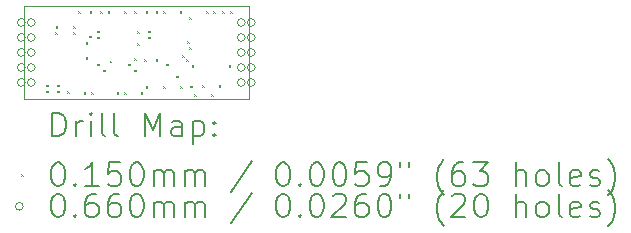
<source format=gbr>
%TF.GenerationSoftware,KiCad,Pcbnew,7.0.1*%
%TF.CreationDate,2023-03-14T15:54:23-04:00*%
%TF.ProjectId,imu-stamp,696d752d-7374-4616-9d70-2e6b69636164,rev?*%
%TF.SameCoordinates,Original*%
%TF.FileFunction,Drillmap*%
%TF.FilePolarity,Positive*%
%FSLAX45Y45*%
G04 Gerber Fmt 4.5, Leading zero omitted, Abs format (unit mm)*
G04 Created by KiCad (PCBNEW 7.0.1) date 2023-03-14 15:54:23*
%MOMM*%
%LPD*%
G01*
G04 APERTURE LIST*
%ADD10C,0.100000*%
%ADD11C,0.200000*%
%ADD12C,0.015000*%
%ADD13C,0.066040*%
G04 APERTURE END LIST*
D10*
X13373100Y-6858000D02*
X13373100Y-6070600D01*
X11468100Y-6070600D02*
X13373100Y-6070600D01*
X11468100Y-6858000D02*
X11468100Y-6070600D01*
X11468100Y-6858000D02*
X13373100Y-6858000D01*
D11*
D12*
X11653640Y-6736200D02*
X11668640Y-6751200D01*
X11668640Y-6736200D02*
X11653640Y-6751200D01*
X11653900Y-6787000D02*
X11668900Y-6802000D01*
X11668900Y-6787000D02*
X11653900Y-6802000D01*
X11735900Y-6289160D02*
X11750900Y-6304160D01*
X11750900Y-6289160D02*
X11735900Y-6304160D01*
X11735900Y-6289160D02*
X11750900Y-6304160D01*
X11750900Y-6289160D02*
X11735900Y-6304160D01*
X11737460Y-6243440D02*
X11752460Y-6258440D01*
X11752460Y-6243440D02*
X11737460Y-6258440D01*
X11749900Y-6787000D02*
X11764900Y-6802000D01*
X11764900Y-6787000D02*
X11749900Y-6802000D01*
X11750160Y-6736200D02*
X11765160Y-6751200D01*
X11765160Y-6736200D02*
X11750160Y-6751200D01*
X11835000Y-6794620D02*
X11850000Y-6809620D01*
X11850000Y-6794620D02*
X11835000Y-6809620D01*
X11882240Y-6240900D02*
X11897240Y-6255900D01*
X11897240Y-6240900D02*
X11882240Y-6255900D01*
X11882240Y-6294240D02*
X11897240Y-6309240D01*
X11897240Y-6294240D02*
X11882240Y-6309240D01*
X11927960Y-6113900D02*
X11942960Y-6128900D01*
X11942960Y-6113900D02*
X11927960Y-6128900D01*
X11974700Y-6796900D02*
X11989700Y-6811900D01*
X11989700Y-6796900D02*
X11974700Y-6811900D01*
X11991494Y-6502554D02*
X12006494Y-6517554D01*
X12006494Y-6502554D02*
X11991494Y-6517554D01*
X11992200Y-6373500D02*
X12007200Y-6388500D01*
X12007200Y-6373500D02*
X11992200Y-6388500D01*
X12022226Y-6321680D02*
X12037226Y-6336680D01*
X12037226Y-6321680D02*
X12022226Y-6336680D01*
X12024480Y-6113900D02*
X12039480Y-6128900D01*
X12039480Y-6113900D02*
X12024480Y-6128900D01*
X12038700Y-6796900D02*
X12053700Y-6811900D01*
X12053700Y-6796900D02*
X12038700Y-6811900D01*
X12087400Y-6279300D02*
X12102400Y-6294300D01*
X12102400Y-6279300D02*
X12087400Y-6294300D01*
X12087400Y-6329300D02*
X12102400Y-6344300D01*
X12102400Y-6329300D02*
X12087400Y-6344300D01*
X12089750Y-6558400D02*
X12104750Y-6573400D01*
X12104750Y-6558400D02*
X12089750Y-6573400D01*
X12113380Y-6113900D02*
X12128380Y-6128900D01*
X12128380Y-6113900D02*
X12113380Y-6128900D01*
X12140950Y-6609600D02*
X12155950Y-6624600D01*
X12155950Y-6609600D02*
X12140950Y-6624600D01*
X12176880Y-6113900D02*
X12191880Y-6128900D01*
X12191880Y-6113900D02*
X12176880Y-6128900D01*
X12194660Y-6533000D02*
X12209660Y-6548000D01*
X12209660Y-6533000D02*
X12194660Y-6548000D01*
X12254100Y-6799700D02*
X12269100Y-6814700D01*
X12269100Y-6799700D02*
X12254100Y-6814700D01*
X12318100Y-6799700D02*
X12333100Y-6814700D01*
X12333100Y-6799700D02*
X12318100Y-6814700D01*
X12319120Y-6113900D02*
X12334120Y-6128900D01*
X12334120Y-6113900D02*
X12319120Y-6128900D01*
X12349200Y-6558350D02*
X12364200Y-6573350D01*
X12364200Y-6558350D02*
X12349200Y-6573350D01*
X12400400Y-6515220D02*
X12415400Y-6530220D01*
X12415400Y-6515220D02*
X12400400Y-6530220D01*
X12400450Y-6609600D02*
X12415450Y-6624600D01*
X12415450Y-6609600D02*
X12400450Y-6624600D01*
X12402940Y-6113900D02*
X12417940Y-6128900D01*
X12417940Y-6113900D02*
X12402940Y-6128900D01*
X12425800Y-6286620D02*
X12440800Y-6301620D01*
X12440800Y-6286620D02*
X12425800Y-6301620D01*
X12425800Y-6387200D02*
X12440800Y-6402200D01*
X12440800Y-6387200D02*
X12425800Y-6402200D01*
X12457800Y-6799700D02*
X12472800Y-6814700D01*
X12472800Y-6799700D02*
X12457800Y-6814700D01*
X12486760Y-6517760D02*
X12501760Y-6532760D01*
X12501760Y-6517760D02*
X12486760Y-6532760D01*
X12499460Y-6116440D02*
X12514460Y-6131440D01*
X12514460Y-6116440D02*
X12499460Y-6131440D01*
X12499460Y-6748900D02*
X12514460Y-6763900D01*
X12514460Y-6748900D02*
X12499460Y-6763900D01*
X12519200Y-6279800D02*
X12534200Y-6294800D01*
X12534200Y-6279800D02*
X12519200Y-6294800D01*
X12519200Y-6329800D02*
X12534200Y-6344800D01*
X12534200Y-6329800D02*
X12519200Y-6344800D01*
X12583280Y-6517760D02*
X12598280Y-6532760D01*
X12598280Y-6517760D02*
X12583280Y-6532760D01*
X12584300Y-6113900D02*
X12599300Y-6128900D01*
X12599300Y-6113900D02*
X12584300Y-6128900D01*
X12644240Y-6748900D02*
X12659240Y-6763900D01*
X12659240Y-6748900D02*
X12644240Y-6763900D01*
X12648300Y-6113900D02*
X12663300Y-6128900D01*
X12663300Y-6113900D02*
X12648300Y-6128900D01*
X12669900Y-6558400D02*
X12684900Y-6573400D01*
X12684900Y-6558400D02*
X12669900Y-6573400D01*
X12758509Y-6659816D02*
X12773509Y-6674816D01*
X12773509Y-6659816D02*
X12758509Y-6674816D01*
X12788000Y-6113900D02*
X12803000Y-6128900D01*
X12803000Y-6113900D02*
X12788000Y-6128900D01*
X12794100Y-6748900D02*
X12809100Y-6763900D01*
X12809100Y-6748900D02*
X12794100Y-6763900D01*
X12808840Y-6484585D02*
X12823840Y-6499585D01*
X12823840Y-6484585D02*
X12808840Y-6499585D01*
X12844900Y-6519150D02*
X12859900Y-6534150D01*
X12859900Y-6519150D02*
X12844900Y-6534150D01*
X12853210Y-6369100D02*
X12868210Y-6384100D01*
X12868210Y-6369100D02*
X12853210Y-6384100D01*
X12867500Y-6419100D02*
X12882500Y-6434100D01*
X12882500Y-6419100D02*
X12867500Y-6434100D01*
X12868780Y-6167240D02*
X12883780Y-6182240D01*
X12883780Y-6167240D02*
X12868780Y-6182240D01*
X12875380Y-6744716D02*
X12890380Y-6759716D01*
X12890380Y-6744716D02*
X12875380Y-6759716D01*
X12889550Y-6569050D02*
X12904550Y-6584050D01*
X12904550Y-6569050D02*
X12889550Y-6584050D01*
X12911960Y-6814940D02*
X12926960Y-6829940D01*
X12926960Y-6814940D02*
X12911960Y-6829940D01*
X12975960Y-6743820D02*
X12990960Y-6758820D01*
X12990960Y-6743820D02*
X12975960Y-6758820D01*
X13008480Y-6113900D02*
X13023480Y-6128900D01*
X13023480Y-6113900D02*
X13008480Y-6128900D01*
X13054200Y-6814940D02*
X13069200Y-6829940D01*
X13069200Y-6814940D02*
X13054200Y-6829940D01*
X13072480Y-6113900D02*
X13087480Y-6128900D01*
X13087480Y-6113900D02*
X13072480Y-6128900D01*
X13118200Y-6743820D02*
X13133200Y-6758820D01*
X13133200Y-6743820D02*
X13118200Y-6758820D01*
X13148180Y-6113900D02*
X13163180Y-6128900D01*
X13163180Y-6113900D02*
X13148180Y-6128900D01*
X13201766Y-6568553D02*
X13216766Y-6583553D01*
X13216766Y-6568553D02*
X13201766Y-6583553D01*
X13212180Y-6113900D02*
X13227180Y-6128900D01*
X13227180Y-6113900D02*
X13212180Y-6128900D01*
D13*
X11480800Y-6210300D02*
G75*
G03*
X11480800Y-6210300I-33020J0D01*
G01*
X11480800Y-6337300D02*
G75*
G03*
X11480800Y-6337300I-33020J0D01*
G01*
X11480800Y-6464300D02*
G75*
G03*
X11480800Y-6464300I-33020J0D01*
G01*
X11480800Y-6591300D02*
G75*
G03*
X11480800Y-6591300I-33020J0D01*
G01*
X11480800Y-6718300D02*
G75*
G03*
X11480800Y-6718300I-33020J0D01*
G01*
X11564620Y-6210300D02*
G75*
G03*
X11564620Y-6210300I-33020J0D01*
G01*
X11564620Y-6337300D02*
G75*
G03*
X11564620Y-6337300I-33020J0D01*
G01*
X11564620Y-6464300D02*
G75*
G03*
X11564620Y-6464300I-33020J0D01*
G01*
X11564620Y-6591300D02*
G75*
G03*
X11564620Y-6591300I-33020J0D01*
G01*
X11564620Y-6718300D02*
G75*
G03*
X11564620Y-6718300I-33020J0D01*
G01*
X13342620Y-6210300D02*
G75*
G03*
X13342620Y-6210300I-33020J0D01*
G01*
X13342620Y-6337300D02*
G75*
G03*
X13342620Y-6337300I-33020J0D01*
G01*
X13342620Y-6464300D02*
G75*
G03*
X13342620Y-6464300I-33020J0D01*
G01*
X13342620Y-6591300D02*
G75*
G03*
X13342620Y-6591300I-33020J0D01*
G01*
X13342620Y-6718300D02*
G75*
G03*
X13342620Y-6718300I-33020J0D01*
G01*
X13426440Y-6210300D02*
G75*
G03*
X13426440Y-6210300I-33020J0D01*
G01*
X13426440Y-6337300D02*
G75*
G03*
X13426440Y-6337300I-33020J0D01*
G01*
X13426440Y-6464300D02*
G75*
G03*
X13426440Y-6464300I-33020J0D01*
G01*
X13426440Y-6591300D02*
G75*
G03*
X13426440Y-6591300I-33020J0D01*
G01*
X13426440Y-6718300D02*
G75*
G03*
X13426440Y-6718300I-33020J0D01*
G01*
D11*
X11710719Y-7175524D02*
X11710719Y-6975524D01*
X11710719Y-6975524D02*
X11758338Y-6975524D01*
X11758338Y-6975524D02*
X11786909Y-6985048D01*
X11786909Y-6985048D02*
X11805957Y-7004095D01*
X11805957Y-7004095D02*
X11815481Y-7023143D01*
X11815481Y-7023143D02*
X11825005Y-7061238D01*
X11825005Y-7061238D02*
X11825005Y-7089809D01*
X11825005Y-7089809D02*
X11815481Y-7127905D01*
X11815481Y-7127905D02*
X11805957Y-7146952D01*
X11805957Y-7146952D02*
X11786909Y-7166000D01*
X11786909Y-7166000D02*
X11758338Y-7175524D01*
X11758338Y-7175524D02*
X11710719Y-7175524D01*
X11910719Y-7175524D02*
X11910719Y-7042190D01*
X11910719Y-7080286D02*
X11920243Y-7061238D01*
X11920243Y-7061238D02*
X11929767Y-7051714D01*
X11929767Y-7051714D02*
X11948814Y-7042190D01*
X11948814Y-7042190D02*
X11967862Y-7042190D01*
X12034528Y-7175524D02*
X12034528Y-7042190D01*
X12034528Y-6975524D02*
X12025005Y-6985048D01*
X12025005Y-6985048D02*
X12034528Y-6994571D01*
X12034528Y-6994571D02*
X12044052Y-6985048D01*
X12044052Y-6985048D02*
X12034528Y-6975524D01*
X12034528Y-6975524D02*
X12034528Y-6994571D01*
X12158338Y-7175524D02*
X12139290Y-7166000D01*
X12139290Y-7166000D02*
X12129767Y-7146952D01*
X12129767Y-7146952D02*
X12129767Y-6975524D01*
X12263100Y-7175524D02*
X12244052Y-7166000D01*
X12244052Y-7166000D02*
X12234528Y-7146952D01*
X12234528Y-7146952D02*
X12234528Y-6975524D01*
X12491671Y-7175524D02*
X12491671Y-6975524D01*
X12491671Y-6975524D02*
X12558338Y-7118381D01*
X12558338Y-7118381D02*
X12625005Y-6975524D01*
X12625005Y-6975524D02*
X12625005Y-7175524D01*
X12805957Y-7175524D02*
X12805957Y-7070762D01*
X12805957Y-7070762D02*
X12796433Y-7051714D01*
X12796433Y-7051714D02*
X12777386Y-7042190D01*
X12777386Y-7042190D02*
X12739290Y-7042190D01*
X12739290Y-7042190D02*
X12720243Y-7051714D01*
X12805957Y-7166000D02*
X12786909Y-7175524D01*
X12786909Y-7175524D02*
X12739290Y-7175524D01*
X12739290Y-7175524D02*
X12720243Y-7166000D01*
X12720243Y-7166000D02*
X12710719Y-7146952D01*
X12710719Y-7146952D02*
X12710719Y-7127905D01*
X12710719Y-7127905D02*
X12720243Y-7108857D01*
X12720243Y-7108857D02*
X12739290Y-7099333D01*
X12739290Y-7099333D02*
X12786909Y-7099333D01*
X12786909Y-7099333D02*
X12805957Y-7089809D01*
X12901195Y-7042190D02*
X12901195Y-7242190D01*
X12901195Y-7051714D02*
X12920243Y-7042190D01*
X12920243Y-7042190D02*
X12958338Y-7042190D01*
X12958338Y-7042190D02*
X12977386Y-7051714D01*
X12977386Y-7051714D02*
X12986909Y-7061238D01*
X12986909Y-7061238D02*
X12996433Y-7080286D01*
X12996433Y-7080286D02*
X12996433Y-7137428D01*
X12996433Y-7137428D02*
X12986909Y-7156476D01*
X12986909Y-7156476D02*
X12977386Y-7166000D01*
X12977386Y-7166000D02*
X12958338Y-7175524D01*
X12958338Y-7175524D02*
X12920243Y-7175524D01*
X12920243Y-7175524D02*
X12901195Y-7166000D01*
X13082148Y-7156476D02*
X13091671Y-7166000D01*
X13091671Y-7166000D02*
X13082148Y-7175524D01*
X13082148Y-7175524D02*
X13072624Y-7166000D01*
X13072624Y-7166000D02*
X13082148Y-7156476D01*
X13082148Y-7156476D02*
X13082148Y-7175524D01*
X13082148Y-7051714D02*
X13091671Y-7061238D01*
X13091671Y-7061238D02*
X13082148Y-7070762D01*
X13082148Y-7070762D02*
X13072624Y-7061238D01*
X13072624Y-7061238D02*
X13082148Y-7051714D01*
X13082148Y-7051714D02*
X13082148Y-7070762D01*
D12*
X11448100Y-7495500D02*
X11463100Y-7510500D01*
X11463100Y-7495500D02*
X11448100Y-7510500D01*
D11*
X11748814Y-7395524D02*
X11767862Y-7395524D01*
X11767862Y-7395524D02*
X11786909Y-7405048D01*
X11786909Y-7405048D02*
X11796433Y-7414571D01*
X11796433Y-7414571D02*
X11805957Y-7433619D01*
X11805957Y-7433619D02*
X11815481Y-7471714D01*
X11815481Y-7471714D02*
X11815481Y-7519333D01*
X11815481Y-7519333D02*
X11805957Y-7557428D01*
X11805957Y-7557428D02*
X11796433Y-7576476D01*
X11796433Y-7576476D02*
X11786909Y-7586000D01*
X11786909Y-7586000D02*
X11767862Y-7595524D01*
X11767862Y-7595524D02*
X11748814Y-7595524D01*
X11748814Y-7595524D02*
X11729767Y-7586000D01*
X11729767Y-7586000D02*
X11720243Y-7576476D01*
X11720243Y-7576476D02*
X11710719Y-7557428D01*
X11710719Y-7557428D02*
X11701195Y-7519333D01*
X11701195Y-7519333D02*
X11701195Y-7471714D01*
X11701195Y-7471714D02*
X11710719Y-7433619D01*
X11710719Y-7433619D02*
X11720243Y-7414571D01*
X11720243Y-7414571D02*
X11729767Y-7405048D01*
X11729767Y-7405048D02*
X11748814Y-7395524D01*
X11901195Y-7576476D02*
X11910719Y-7586000D01*
X11910719Y-7586000D02*
X11901195Y-7595524D01*
X11901195Y-7595524D02*
X11891671Y-7586000D01*
X11891671Y-7586000D02*
X11901195Y-7576476D01*
X11901195Y-7576476D02*
X11901195Y-7595524D01*
X12101195Y-7595524D02*
X11986909Y-7595524D01*
X12044052Y-7595524D02*
X12044052Y-7395524D01*
X12044052Y-7395524D02*
X12025005Y-7424095D01*
X12025005Y-7424095D02*
X12005957Y-7443143D01*
X12005957Y-7443143D02*
X11986909Y-7452667D01*
X12282148Y-7395524D02*
X12186909Y-7395524D01*
X12186909Y-7395524D02*
X12177386Y-7490762D01*
X12177386Y-7490762D02*
X12186909Y-7481238D01*
X12186909Y-7481238D02*
X12205957Y-7471714D01*
X12205957Y-7471714D02*
X12253576Y-7471714D01*
X12253576Y-7471714D02*
X12272624Y-7481238D01*
X12272624Y-7481238D02*
X12282148Y-7490762D01*
X12282148Y-7490762D02*
X12291671Y-7509809D01*
X12291671Y-7509809D02*
X12291671Y-7557428D01*
X12291671Y-7557428D02*
X12282148Y-7576476D01*
X12282148Y-7576476D02*
X12272624Y-7586000D01*
X12272624Y-7586000D02*
X12253576Y-7595524D01*
X12253576Y-7595524D02*
X12205957Y-7595524D01*
X12205957Y-7595524D02*
X12186909Y-7586000D01*
X12186909Y-7586000D02*
X12177386Y-7576476D01*
X12415481Y-7395524D02*
X12434529Y-7395524D01*
X12434529Y-7395524D02*
X12453576Y-7405048D01*
X12453576Y-7405048D02*
X12463100Y-7414571D01*
X12463100Y-7414571D02*
X12472624Y-7433619D01*
X12472624Y-7433619D02*
X12482148Y-7471714D01*
X12482148Y-7471714D02*
X12482148Y-7519333D01*
X12482148Y-7519333D02*
X12472624Y-7557428D01*
X12472624Y-7557428D02*
X12463100Y-7576476D01*
X12463100Y-7576476D02*
X12453576Y-7586000D01*
X12453576Y-7586000D02*
X12434529Y-7595524D01*
X12434529Y-7595524D02*
X12415481Y-7595524D01*
X12415481Y-7595524D02*
X12396433Y-7586000D01*
X12396433Y-7586000D02*
X12386909Y-7576476D01*
X12386909Y-7576476D02*
X12377386Y-7557428D01*
X12377386Y-7557428D02*
X12367862Y-7519333D01*
X12367862Y-7519333D02*
X12367862Y-7471714D01*
X12367862Y-7471714D02*
X12377386Y-7433619D01*
X12377386Y-7433619D02*
X12386909Y-7414571D01*
X12386909Y-7414571D02*
X12396433Y-7405048D01*
X12396433Y-7405048D02*
X12415481Y-7395524D01*
X12567862Y-7595524D02*
X12567862Y-7462190D01*
X12567862Y-7481238D02*
X12577386Y-7471714D01*
X12577386Y-7471714D02*
X12596433Y-7462190D01*
X12596433Y-7462190D02*
X12625005Y-7462190D01*
X12625005Y-7462190D02*
X12644052Y-7471714D01*
X12644052Y-7471714D02*
X12653576Y-7490762D01*
X12653576Y-7490762D02*
X12653576Y-7595524D01*
X12653576Y-7490762D02*
X12663100Y-7471714D01*
X12663100Y-7471714D02*
X12682148Y-7462190D01*
X12682148Y-7462190D02*
X12710719Y-7462190D01*
X12710719Y-7462190D02*
X12729767Y-7471714D01*
X12729767Y-7471714D02*
X12739290Y-7490762D01*
X12739290Y-7490762D02*
X12739290Y-7595524D01*
X12834529Y-7595524D02*
X12834529Y-7462190D01*
X12834529Y-7481238D02*
X12844052Y-7471714D01*
X12844052Y-7471714D02*
X12863100Y-7462190D01*
X12863100Y-7462190D02*
X12891671Y-7462190D01*
X12891671Y-7462190D02*
X12910719Y-7471714D01*
X12910719Y-7471714D02*
X12920243Y-7490762D01*
X12920243Y-7490762D02*
X12920243Y-7595524D01*
X12920243Y-7490762D02*
X12929767Y-7471714D01*
X12929767Y-7471714D02*
X12948814Y-7462190D01*
X12948814Y-7462190D02*
X12977386Y-7462190D01*
X12977386Y-7462190D02*
X12996433Y-7471714D01*
X12996433Y-7471714D02*
X13005957Y-7490762D01*
X13005957Y-7490762D02*
X13005957Y-7595524D01*
X13396433Y-7386000D02*
X13225005Y-7643143D01*
X13653576Y-7395524D02*
X13672624Y-7395524D01*
X13672624Y-7395524D02*
X13691672Y-7405048D01*
X13691672Y-7405048D02*
X13701195Y-7414571D01*
X13701195Y-7414571D02*
X13710719Y-7433619D01*
X13710719Y-7433619D02*
X13720243Y-7471714D01*
X13720243Y-7471714D02*
X13720243Y-7519333D01*
X13720243Y-7519333D02*
X13710719Y-7557428D01*
X13710719Y-7557428D02*
X13701195Y-7576476D01*
X13701195Y-7576476D02*
X13691672Y-7586000D01*
X13691672Y-7586000D02*
X13672624Y-7595524D01*
X13672624Y-7595524D02*
X13653576Y-7595524D01*
X13653576Y-7595524D02*
X13634529Y-7586000D01*
X13634529Y-7586000D02*
X13625005Y-7576476D01*
X13625005Y-7576476D02*
X13615481Y-7557428D01*
X13615481Y-7557428D02*
X13605957Y-7519333D01*
X13605957Y-7519333D02*
X13605957Y-7471714D01*
X13605957Y-7471714D02*
X13615481Y-7433619D01*
X13615481Y-7433619D02*
X13625005Y-7414571D01*
X13625005Y-7414571D02*
X13634529Y-7405048D01*
X13634529Y-7405048D02*
X13653576Y-7395524D01*
X13805957Y-7576476D02*
X13815481Y-7586000D01*
X13815481Y-7586000D02*
X13805957Y-7595524D01*
X13805957Y-7595524D02*
X13796433Y-7586000D01*
X13796433Y-7586000D02*
X13805957Y-7576476D01*
X13805957Y-7576476D02*
X13805957Y-7595524D01*
X13939291Y-7395524D02*
X13958338Y-7395524D01*
X13958338Y-7395524D02*
X13977386Y-7405048D01*
X13977386Y-7405048D02*
X13986910Y-7414571D01*
X13986910Y-7414571D02*
X13996433Y-7433619D01*
X13996433Y-7433619D02*
X14005957Y-7471714D01*
X14005957Y-7471714D02*
X14005957Y-7519333D01*
X14005957Y-7519333D02*
X13996433Y-7557428D01*
X13996433Y-7557428D02*
X13986910Y-7576476D01*
X13986910Y-7576476D02*
X13977386Y-7586000D01*
X13977386Y-7586000D02*
X13958338Y-7595524D01*
X13958338Y-7595524D02*
X13939291Y-7595524D01*
X13939291Y-7595524D02*
X13920243Y-7586000D01*
X13920243Y-7586000D02*
X13910719Y-7576476D01*
X13910719Y-7576476D02*
X13901195Y-7557428D01*
X13901195Y-7557428D02*
X13891672Y-7519333D01*
X13891672Y-7519333D02*
X13891672Y-7471714D01*
X13891672Y-7471714D02*
X13901195Y-7433619D01*
X13901195Y-7433619D02*
X13910719Y-7414571D01*
X13910719Y-7414571D02*
X13920243Y-7405048D01*
X13920243Y-7405048D02*
X13939291Y-7395524D01*
X14129767Y-7395524D02*
X14148814Y-7395524D01*
X14148814Y-7395524D02*
X14167862Y-7405048D01*
X14167862Y-7405048D02*
X14177386Y-7414571D01*
X14177386Y-7414571D02*
X14186910Y-7433619D01*
X14186910Y-7433619D02*
X14196433Y-7471714D01*
X14196433Y-7471714D02*
X14196433Y-7519333D01*
X14196433Y-7519333D02*
X14186910Y-7557428D01*
X14186910Y-7557428D02*
X14177386Y-7576476D01*
X14177386Y-7576476D02*
X14167862Y-7586000D01*
X14167862Y-7586000D02*
X14148814Y-7595524D01*
X14148814Y-7595524D02*
X14129767Y-7595524D01*
X14129767Y-7595524D02*
X14110719Y-7586000D01*
X14110719Y-7586000D02*
X14101195Y-7576476D01*
X14101195Y-7576476D02*
X14091672Y-7557428D01*
X14091672Y-7557428D02*
X14082148Y-7519333D01*
X14082148Y-7519333D02*
X14082148Y-7471714D01*
X14082148Y-7471714D02*
X14091672Y-7433619D01*
X14091672Y-7433619D02*
X14101195Y-7414571D01*
X14101195Y-7414571D02*
X14110719Y-7405048D01*
X14110719Y-7405048D02*
X14129767Y-7395524D01*
X14377386Y-7395524D02*
X14282148Y-7395524D01*
X14282148Y-7395524D02*
X14272624Y-7490762D01*
X14272624Y-7490762D02*
X14282148Y-7481238D01*
X14282148Y-7481238D02*
X14301195Y-7471714D01*
X14301195Y-7471714D02*
X14348814Y-7471714D01*
X14348814Y-7471714D02*
X14367862Y-7481238D01*
X14367862Y-7481238D02*
X14377386Y-7490762D01*
X14377386Y-7490762D02*
X14386910Y-7509809D01*
X14386910Y-7509809D02*
X14386910Y-7557428D01*
X14386910Y-7557428D02*
X14377386Y-7576476D01*
X14377386Y-7576476D02*
X14367862Y-7586000D01*
X14367862Y-7586000D02*
X14348814Y-7595524D01*
X14348814Y-7595524D02*
X14301195Y-7595524D01*
X14301195Y-7595524D02*
X14282148Y-7586000D01*
X14282148Y-7586000D02*
X14272624Y-7576476D01*
X14482148Y-7595524D02*
X14520243Y-7595524D01*
X14520243Y-7595524D02*
X14539291Y-7586000D01*
X14539291Y-7586000D02*
X14548814Y-7576476D01*
X14548814Y-7576476D02*
X14567862Y-7547905D01*
X14567862Y-7547905D02*
X14577386Y-7509809D01*
X14577386Y-7509809D02*
X14577386Y-7433619D01*
X14577386Y-7433619D02*
X14567862Y-7414571D01*
X14567862Y-7414571D02*
X14558338Y-7405048D01*
X14558338Y-7405048D02*
X14539291Y-7395524D01*
X14539291Y-7395524D02*
X14501195Y-7395524D01*
X14501195Y-7395524D02*
X14482148Y-7405048D01*
X14482148Y-7405048D02*
X14472624Y-7414571D01*
X14472624Y-7414571D02*
X14463100Y-7433619D01*
X14463100Y-7433619D02*
X14463100Y-7481238D01*
X14463100Y-7481238D02*
X14472624Y-7500286D01*
X14472624Y-7500286D02*
X14482148Y-7509809D01*
X14482148Y-7509809D02*
X14501195Y-7519333D01*
X14501195Y-7519333D02*
X14539291Y-7519333D01*
X14539291Y-7519333D02*
X14558338Y-7509809D01*
X14558338Y-7509809D02*
X14567862Y-7500286D01*
X14567862Y-7500286D02*
X14577386Y-7481238D01*
X14653576Y-7395524D02*
X14653576Y-7433619D01*
X14729767Y-7395524D02*
X14729767Y-7433619D01*
X15025005Y-7671714D02*
X15015481Y-7662190D01*
X15015481Y-7662190D02*
X14996434Y-7633619D01*
X14996434Y-7633619D02*
X14986910Y-7614571D01*
X14986910Y-7614571D02*
X14977386Y-7586000D01*
X14977386Y-7586000D02*
X14967862Y-7538381D01*
X14967862Y-7538381D02*
X14967862Y-7500286D01*
X14967862Y-7500286D02*
X14977386Y-7452667D01*
X14977386Y-7452667D02*
X14986910Y-7424095D01*
X14986910Y-7424095D02*
X14996434Y-7405048D01*
X14996434Y-7405048D02*
X15015481Y-7376476D01*
X15015481Y-7376476D02*
X15025005Y-7366952D01*
X15186910Y-7395524D02*
X15148814Y-7395524D01*
X15148814Y-7395524D02*
X15129767Y-7405048D01*
X15129767Y-7405048D02*
X15120243Y-7414571D01*
X15120243Y-7414571D02*
X15101195Y-7443143D01*
X15101195Y-7443143D02*
X15091672Y-7481238D01*
X15091672Y-7481238D02*
X15091672Y-7557428D01*
X15091672Y-7557428D02*
X15101195Y-7576476D01*
X15101195Y-7576476D02*
X15110719Y-7586000D01*
X15110719Y-7586000D02*
X15129767Y-7595524D01*
X15129767Y-7595524D02*
X15167862Y-7595524D01*
X15167862Y-7595524D02*
X15186910Y-7586000D01*
X15186910Y-7586000D02*
X15196434Y-7576476D01*
X15196434Y-7576476D02*
X15205957Y-7557428D01*
X15205957Y-7557428D02*
X15205957Y-7509809D01*
X15205957Y-7509809D02*
X15196434Y-7490762D01*
X15196434Y-7490762D02*
X15186910Y-7481238D01*
X15186910Y-7481238D02*
X15167862Y-7471714D01*
X15167862Y-7471714D02*
X15129767Y-7471714D01*
X15129767Y-7471714D02*
X15110719Y-7481238D01*
X15110719Y-7481238D02*
X15101195Y-7490762D01*
X15101195Y-7490762D02*
X15091672Y-7509809D01*
X15272624Y-7395524D02*
X15396434Y-7395524D01*
X15396434Y-7395524D02*
X15329767Y-7471714D01*
X15329767Y-7471714D02*
X15358338Y-7471714D01*
X15358338Y-7471714D02*
X15377386Y-7481238D01*
X15377386Y-7481238D02*
X15386910Y-7490762D01*
X15386910Y-7490762D02*
X15396434Y-7509809D01*
X15396434Y-7509809D02*
X15396434Y-7557428D01*
X15396434Y-7557428D02*
X15386910Y-7576476D01*
X15386910Y-7576476D02*
X15377386Y-7586000D01*
X15377386Y-7586000D02*
X15358338Y-7595524D01*
X15358338Y-7595524D02*
X15301195Y-7595524D01*
X15301195Y-7595524D02*
X15282148Y-7586000D01*
X15282148Y-7586000D02*
X15272624Y-7576476D01*
X15634529Y-7595524D02*
X15634529Y-7395524D01*
X15720243Y-7595524D02*
X15720243Y-7490762D01*
X15720243Y-7490762D02*
X15710719Y-7471714D01*
X15710719Y-7471714D02*
X15691672Y-7462190D01*
X15691672Y-7462190D02*
X15663100Y-7462190D01*
X15663100Y-7462190D02*
X15644053Y-7471714D01*
X15644053Y-7471714D02*
X15634529Y-7481238D01*
X15844053Y-7595524D02*
X15825005Y-7586000D01*
X15825005Y-7586000D02*
X15815481Y-7576476D01*
X15815481Y-7576476D02*
X15805957Y-7557428D01*
X15805957Y-7557428D02*
X15805957Y-7500286D01*
X15805957Y-7500286D02*
X15815481Y-7481238D01*
X15815481Y-7481238D02*
X15825005Y-7471714D01*
X15825005Y-7471714D02*
X15844053Y-7462190D01*
X15844053Y-7462190D02*
X15872624Y-7462190D01*
X15872624Y-7462190D02*
X15891672Y-7471714D01*
X15891672Y-7471714D02*
X15901196Y-7481238D01*
X15901196Y-7481238D02*
X15910719Y-7500286D01*
X15910719Y-7500286D02*
X15910719Y-7557428D01*
X15910719Y-7557428D02*
X15901196Y-7576476D01*
X15901196Y-7576476D02*
X15891672Y-7586000D01*
X15891672Y-7586000D02*
X15872624Y-7595524D01*
X15872624Y-7595524D02*
X15844053Y-7595524D01*
X16025005Y-7595524D02*
X16005957Y-7586000D01*
X16005957Y-7586000D02*
X15996434Y-7566952D01*
X15996434Y-7566952D02*
X15996434Y-7395524D01*
X16177386Y-7586000D02*
X16158338Y-7595524D01*
X16158338Y-7595524D02*
X16120243Y-7595524D01*
X16120243Y-7595524D02*
X16101196Y-7586000D01*
X16101196Y-7586000D02*
X16091672Y-7566952D01*
X16091672Y-7566952D02*
X16091672Y-7490762D01*
X16091672Y-7490762D02*
X16101196Y-7471714D01*
X16101196Y-7471714D02*
X16120243Y-7462190D01*
X16120243Y-7462190D02*
X16158338Y-7462190D01*
X16158338Y-7462190D02*
X16177386Y-7471714D01*
X16177386Y-7471714D02*
X16186910Y-7490762D01*
X16186910Y-7490762D02*
X16186910Y-7509809D01*
X16186910Y-7509809D02*
X16091672Y-7528857D01*
X16263100Y-7586000D02*
X16282148Y-7595524D01*
X16282148Y-7595524D02*
X16320243Y-7595524D01*
X16320243Y-7595524D02*
X16339291Y-7586000D01*
X16339291Y-7586000D02*
X16348815Y-7566952D01*
X16348815Y-7566952D02*
X16348815Y-7557428D01*
X16348815Y-7557428D02*
X16339291Y-7538381D01*
X16339291Y-7538381D02*
X16320243Y-7528857D01*
X16320243Y-7528857D02*
X16291672Y-7528857D01*
X16291672Y-7528857D02*
X16272624Y-7519333D01*
X16272624Y-7519333D02*
X16263100Y-7500286D01*
X16263100Y-7500286D02*
X16263100Y-7490762D01*
X16263100Y-7490762D02*
X16272624Y-7471714D01*
X16272624Y-7471714D02*
X16291672Y-7462190D01*
X16291672Y-7462190D02*
X16320243Y-7462190D01*
X16320243Y-7462190D02*
X16339291Y-7471714D01*
X16415481Y-7671714D02*
X16425005Y-7662190D01*
X16425005Y-7662190D02*
X16444053Y-7633619D01*
X16444053Y-7633619D02*
X16453577Y-7614571D01*
X16453577Y-7614571D02*
X16463100Y-7586000D01*
X16463100Y-7586000D02*
X16472624Y-7538381D01*
X16472624Y-7538381D02*
X16472624Y-7500286D01*
X16472624Y-7500286D02*
X16463100Y-7452667D01*
X16463100Y-7452667D02*
X16453577Y-7424095D01*
X16453577Y-7424095D02*
X16444053Y-7405048D01*
X16444053Y-7405048D02*
X16425005Y-7376476D01*
X16425005Y-7376476D02*
X16415481Y-7366952D01*
D13*
X11463100Y-7767000D02*
G75*
G03*
X11463100Y-7767000I-33020J0D01*
G01*
D11*
X11748814Y-7659524D02*
X11767862Y-7659524D01*
X11767862Y-7659524D02*
X11786909Y-7669048D01*
X11786909Y-7669048D02*
X11796433Y-7678571D01*
X11796433Y-7678571D02*
X11805957Y-7697619D01*
X11805957Y-7697619D02*
X11815481Y-7735714D01*
X11815481Y-7735714D02*
X11815481Y-7783333D01*
X11815481Y-7783333D02*
X11805957Y-7821428D01*
X11805957Y-7821428D02*
X11796433Y-7840476D01*
X11796433Y-7840476D02*
X11786909Y-7850000D01*
X11786909Y-7850000D02*
X11767862Y-7859524D01*
X11767862Y-7859524D02*
X11748814Y-7859524D01*
X11748814Y-7859524D02*
X11729767Y-7850000D01*
X11729767Y-7850000D02*
X11720243Y-7840476D01*
X11720243Y-7840476D02*
X11710719Y-7821428D01*
X11710719Y-7821428D02*
X11701195Y-7783333D01*
X11701195Y-7783333D02*
X11701195Y-7735714D01*
X11701195Y-7735714D02*
X11710719Y-7697619D01*
X11710719Y-7697619D02*
X11720243Y-7678571D01*
X11720243Y-7678571D02*
X11729767Y-7669048D01*
X11729767Y-7669048D02*
X11748814Y-7659524D01*
X11901195Y-7840476D02*
X11910719Y-7850000D01*
X11910719Y-7850000D02*
X11901195Y-7859524D01*
X11901195Y-7859524D02*
X11891671Y-7850000D01*
X11891671Y-7850000D02*
X11901195Y-7840476D01*
X11901195Y-7840476D02*
X11901195Y-7859524D01*
X12082148Y-7659524D02*
X12044052Y-7659524D01*
X12044052Y-7659524D02*
X12025005Y-7669048D01*
X12025005Y-7669048D02*
X12015481Y-7678571D01*
X12015481Y-7678571D02*
X11996433Y-7707143D01*
X11996433Y-7707143D02*
X11986909Y-7745238D01*
X11986909Y-7745238D02*
X11986909Y-7821428D01*
X11986909Y-7821428D02*
X11996433Y-7840476D01*
X11996433Y-7840476D02*
X12005957Y-7850000D01*
X12005957Y-7850000D02*
X12025005Y-7859524D01*
X12025005Y-7859524D02*
X12063100Y-7859524D01*
X12063100Y-7859524D02*
X12082148Y-7850000D01*
X12082148Y-7850000D02*
X12091671Y-7840476D01*
X12091671Y-7840476D02*
X12101195Y-7821428D01*
X12101195Y-7821428D02*
X12101195Y-7773809D01*
X12101195Y-7773809D02*
X12091671Y-7754762D01*
X12091671Y-7754762D02*
X12082148Y-7745238D01*
X12082148Y-7745238D02*
X12063100Y-7735714D01*
X12063100Y-7735714D02*
X12025005Y-7735714D01*
X12025005Y-7735714D02*
X12005957Y-7745238D01*
X12005957Y-7745238D02*
X11996433Y-7754762D01*
X11996433Y-7754762D02*
X11986909Y-7773809D01*
X12272624Y-7659524D02*
X12234528Y-7659524D01*
X12234528Y-7659524D02*
X12215481Y-7669048D01*
X12215481Y-7669048D02*
X12205957Y-7678571D01*
X12205957Y-7678571D02*
X12186909Y-7707143D01*
X12186909Y-7707143D02*
X12177386Y-7745238D01*
X12177386Y-7745238D02*
X12177386Y-7821428D01*
X12177386Y-7821428D02*
X12186909Y-7840476D01*
X12186909Y-7840476D02*
X12196433Y-7850000D01*
X12196433Y-7850000D02*
X12215481Y-7859524D01*
X12215481Y-7859524D02*
X12253576Y-7859524D01*
X12253576Y-7859524D02*
X12272624Y-7850000D01*
X12272624Y-7850000D02*
X12282148Y-7840476D01*
X12282148Y-7840476D02*
X12291671Y-7821428D01*
X12291671Y-7821428D02*
X12291671Y-7773809D01*
X12291671Y-7773809D02*
X12282148Y-7754762D01*
X12282148Y-7754762D02*
X12272624Y-7745238D01*
X12272624Y-7745238D02*
X12253576Y-7735714D01*
X12253576Y-7735714D02*
X12215481Y-7735714D01*
X12215481Y-7735714D02*
X12196433Y-7745238D01*
X12196433Y-7745238D02*
X12186909Y-7754762D01*
X12186909Y-7754762D02*
X12177386Y-7773809D01*
X12415481Y-7659524D02*
X12434529Y-7659524D01*
X12434529Y-7659524D02*
X12453576Y-7669048D01*
X12453576Y-7669048D02*
X12463100Y-7678571D01*
X12463100Y-7678571D02*
X12472624Y-7697619D01*
X12472624Y-7697619D02*
X12482148Y-7735714D01*
X12482148Y-7735714D02*
X12482148Y-7783333D01*
X12482148Y-7783333D02*
X12472624Y-7821428D01*
X12472624Y-7821428D02*
X12463100Y-7840476D01*
X12463100Y-7840476D02*
X12453576Y-7850000D01*
X12453576Y-7850000D02*
X12434529Y-7859524D01*
X12434529Y-7859524D02*
X12415481Y-7859524D01*
X12415481Y-7859524D02*
X12396433Y-7850000D01*
X12396433Y-7850000D02*
X12386909Y-7840476D01*
X12386909Y-7840476D02*
X12377386Y-7821428D01*
X12377386Y-7821428D02*
X12367862Y-7783333D01*
X12367862Y-7783333D02*
X12367862Y-7735714D01*
X12367862Y-7735714D02*
X12377386Y-7697619D01*
X12377386Y-7697619D02*
X12386909Y-7678571D01*
X12386909Y-7678571D02*
X12396433Y-7669048D01*
X12396433Y-7669048D02*
X12415481Y-7659524D01*
X12567862Y-7859524D02*
X12567862Y-7726190D01*
X12567862Y-7745238D02*
X12577386Y-7735714D01*
X12577386Y-7735714D02*
X12596433Y-7726190D01*
X12596433Y-7726190D02*
X12625005Y-7726190D01*
X12625005Y-7726190D02*
X12644052Y-7735714D01*
X12644052Y-7735714D02*
X12653576Y-7754762D01*
X12653576Y-7754762D02*
X12653576Y-7859524D01*
X12653576Y-7754762D02*
X12663100Y-7735714D01*
X12663100Y-7735714D02*
X12682148Y-7726190D01*
X12682148Y-7726190D02*
X12710719Y-7726190D01*
X12710719Y-7726190D02*
X12729767Y-7735714D01*
X12729767Y-7735714D02*
X12739290Y-7754762D01*
X12739290Y-7754762D02*
X12739290Y-7859524D01*
X12834529Y-7859524D02*
X12834529Y-7726190D01*
X12834529Y-7745238D02*
X12844052Y-7735714D01*
X12844052Y-7735714D02*
X12863100Y-7726190D01*
X12863100Y-7726190D02*
X12891671Y-7726190D01*
X12891671Y-7726190D02*
X12910719Y-7735714D01*
X12910719Y-7735714D02*
X12920243Y-7754762D01*
X12920243Y-7754762D02*
X12920243Y-7859524D01*
X12920243Y-7754762D02*
X12929767Y-7735714D01*
X12929767Y-7735714D02*
X12948814Y-7726190D01*
X12948814Y-7726190D02*
X12977386Y-7726190D01*
X12977386Y-7726190D02*
X12996433Y-7735714D01*
X12996433Y-7735714D02*
X13005957Y-7754762D01*
X13005957Y-7754762D02*
X13005957Y-7859524D01*
X13396433Y-7650000D02*
X13225005Y-7907143D01*
X13653576Y-7659524D02*
X13672624Y-7659524D01*
X13672624Y-7659524D02*
X13691672Y-7669048D01*
X13691672Y-7669048D02*
X13701195Y-7678571D01*
X13701195Y-7678571D02*
X13710719Y-7697619D01*
X13710719Y-7697619D02*
X13720243Y-7735714D01*
X13720243Y-7735714D02*
X13720243Y-7783333D01*
X13720243Y-7783333D02*
X13710719Y-7821428D01*
X13710719Y-7821428D02*
X13701195Y-7840476D01*
X13701195Y-7840476D02*
X13691672Y-7850000D01*
X13691672Y-7850000D02*
X13672624Y-7859524D01*
X13672624Y-7859524D02*
X13653576Y-7859524D01*
X13653576Y-7859524D02*
X13634529Y-7850000D01*
X13634529Y-7850000D02*
X13625005Y-7840476D01*
X13625005Y-7840476D02*
X13615481Y-7821428D01*
X13615481Y-7821428D02*
X13605957Y-7783333D01*
X13605957Y-7783333D02*
X13605957Y-7735714D01*
X13605957Y-7735714D02*
X13615481Y-7697619D01*
X13615481Y-7697619D02*
X13625005Y-7678571D01*
X13625005Y-7678571D02*
X13634529Y-7669048D01*
X13634529Y-7669048D02*
X13653576Y-7659524D01*
X13805957Y-7840476D02*
X13815481Y-7850000D01*
X13815481Y-7850000D02*
X13805957Y-7859524D01*
X13805957Y-7859524D02*
X13796433Y-7850000D01*
X13796433Y-7850000D02*
X13805957Y-7840476D01*
X13805957Y-7840476D02*
X13805957Y-7859524D01*
X13939291Y-7659524D02*
X13958338Y-7659524D01*
X13958338Y-7659524D02*
X13977386Y-7669048D01*
X13977386Y-7669048D02*
X13986910Y-7678571D01*
X13986910Y-7678571D02*
X13996433Y-7697619D01*
X13996433Y-7697619D02*
X14005957Y-7735714D01*
X14005957Y-7735714D02*
X14005957Y-7783333D01*
X14005957Y-7783333D02*
X13996433Y-7821428D01*
X13996433Y-7821428D02*
X13986910Y-7840476D01*
X13986910Y-7840476D02*
X13977386Y-7850000D01*
X13977386Y-7850000D02*
X13958338Y-7859524D01*
X13958338Y-7859524D02*
X13939291Y-7859524D01*
X13939291Y-7859524D02*
X13920243Y-7850000D01*
X13920243Y-7850000D02*
X13910719Y-7840476D01*
X13910719Y-7840476D02*
X13901195Y-7821428D01*
X13901195Y-7821428D02*
X13891672Y-7783333D01*
X13891672Y-7783333D02*
X13891672Y-7735714D01*
X13891672Y-7735714D02*
X13901195Y-7697619D01*
X13901195Y-7697619D02*
X13910719Y-7678571D01*
X13910719Y-7678571D02*
X13920243Y-7669048D01*
X13920243Y-7669048D02*
X13939291Y-7659524D01*
X14082148Y-7678571D02*
X14091672Y-7669048D01*
X14091672Y-7669048D02*
X14110719Y-7659524D01*
X14110719Y-7659524D02*
X14158338Y-7659524D01*
X14158338Y-7659524D02*
X14177386Y-7669048D01*
X14177386Y-7669048D02*
X14186910Y-7678571D01*
X14186910Y-7678571D02*
X14196433Y-7697619D01*
X14196433Y-7697619D02*
X14196433Y-7716667D01*
X14196433Y-7716667D02*
X14186910Y-7745238D01*
X14186910Y-7745238D02*
X14072624Y-7859524D01*
X14072624Y-7859524D02*
X14196433Y-7859524D01*
X14367862Y-7659524D02*
X14329767Y-7659524D01*
X14329767Y-7659524D02*
X14310719Y-7669048D01*
X14310719Y-7669048D02*
X14301195Y-7678571D01*
X14301195Y-7678571D02*
X14282148Y-7707143D01*
X14282148Y-7707143D02*
X14272624Y-7745238D01*
X14272624Y-7745238D02*
X14272624Y-7821428D01*
X14272624Y-7821428D02*
X14282148Y-7840476D01*
X14282148Y-7840476D02*
X14291672Y-7850000D01*
X14291672Y-7850000D02*
X14310719Y-7859524D01*
X14310719Y-7859524D02*
X14348814Y-7859524D01*
X14348814Y-7859524D02*
X14367862Y-7850000D01*
X14367862Y-7850000D02*
X14377386Y-7840476D01*
X14377386Y-7840476D02*
X14386910Y-7821428D01*
X14386910Y-7821428D02*
X14386910Y-7773809D01*
X14386910Y-7773809D02*
X14377386Y-7754762D01*
X14377386Y-7754762D02*
X14367862Y-7745238D01*
X14367862Y-7745238D02*
X14348814Y-7735714D01*
X14348814Y-7735714D02*
X14310719Y-7735714D01*
X14310719Y-7735714D02*
X14291672Y-7745238D01*
X14291672Y-7745238D02*
X14282148Y-7754762D01*
X14282148Y-7754762D02*
X14272624Y-7773809D01*
X14510719Y-7659524D02*
X14529767Y-7659524D01*
X14529767Y-7659524D02*
X14548814Y-7669048D01*
X14548814Y-7669048D02*
X14558338Y-7678571D01*
X14558338Y-7678571D02*
X14567862Y-7697619D01*
X14567862Y-7697619D02*
X14577386Y-7735714D01*
X14577386Y-7735714D02*
X14577386Y-7783333D01*
X14577386Y-7783333D02*
X14567862Y-7821428D01*
X14567862Y-7821428D02*
X14558338Y-7840476D01*
X14558338Y-7840476D02*
X14548814Y-7850000D01*
X14548814Y-7850000D02*
X14529767Y-7859524D01*
X14529767Y-7859524D02*
X14510719Y-7859524D01*
X14510719Y-7859524D02*
X14491672Y-7850000D01*
X14491672Y-7850000D02*
X14482148Y-7840476D01*
X14482148Y-7840476D02*
X14472624Y-7821428D01*
X14472624Y-7821428D02*
X14463100Y-7783333D01*
X14463100Y-7783333D02*
X14463100Y-7735714D01*
X14463100Y-7735714D02*
X14472624Y-7697619D01*
X14472624Y-7697619D02*
X14482148Y-7678571D01*
X14482148Y-7678571D02*
X14491672Y-7669048D01*
X14491672Y-7669048D02*
X14510719Y-7659524D01*
X14653576Y-7659524D02*
X14653576Y-7697619D01*
X14729767Y-7659524D02*
X14729767Y-7697619D01*
X15025005Y-7935714D02*
X15015481Y-7926190D01*
X15015481Y-7926190D02*
X14996434Y-7897619D01*
X14996434Y-7897619D02*
X14986910Y-7878571D01*
X14986910Y-7878571D02*
X14977386Y-7850000D01*
X14977386Y-7850000D02*
X14967862Y-7802381D01*
X14967862Y-7802381D02*
X14967862Y-7764286D01*
X14967862Y-7764286D02*
X14977386Y-7716667D01*
X14977386Y-7716667D02*
X14986910Y-7688095D01*
X14986910Y-7688095D02*
X14996434Y-7669048D01*
X14996434Y-7669048D02*
X15015481Y-7640476D01*
X15015481Y-7640476D02*
X15025005Y-7630952D01*
X15091672Y-7678571D02*
X15101195Y-7669048D01*
X15101195Y-7669048D02*
X15120243Y-7659524D01*
X15120243Y-7659524D02*
X15167862Y-7659524D01*
X15167862Y-7659524D02*
X15186910Y-7669048D01*
X15186910Y-7669048D02*
X15196434Y-7678571D01*
X15196434Y-7678571D02*
X15205957Y-7697619D01*
X15205957Y-7697619D02*
X15205957Y-7716667D01*
X15205957Y-7716667D02*
X15196434Y-7745238D01*
X15196434Y-7745238D02*
X15082148Y-7859524D01*
X15082148Y-7859524D02*
X15205957Y-7859524D01*
X15329767Y-7659524D02*
X15348815Y-7659524D01*
X15348815Y-7659524D02*
X15367862Y-7669048D01*
X15367862Y-7669048D02*
X15377386Y-7678571D01*
X15377386Y-7678571D02*
X15386910Y-7697619D01*
X15386910Y-7697619D02*
X15396434Y-7735714D01*
X15396434Y-7735714D02*
X15396434Y-7783333D01*
X15396434Y-7783333D02*
X15386910Y-7821428D01*
X15386910Y-7821428D02*
X15377386Y-7840476D01*
X15377386Y-7840476D02*
X15367862Y-7850000D01*
X15367862Y-7850000D02*
X15348815Y-7859524D01*
X15348815Y-7859524D02*
X15329767Y-7859524D01*
X15329767Y-7859524D02*
X15310719Y-7850000D01*
X15310719Y-7850000D02*
X15301195Y-7840476D01*
X15301195Y-7840476D02*
X15291672Y-7821428D01*
X15291672Y-7821428D02*
X15282148Y-7783333D01*
X15282148Y-7783333D02*
X15282148Y-7735714D01*
X15282148Y-7735714D02*
X15291672Y-7697619D01*
X15291672Y-7697619D02*
X15301195Y-7678571D01*
X15301195Y-7678571D02*
X15310719Y-7669048D01*
X15310719Y-7669048D02*
X15329767Y-7659524D01*
X15634529Y-7859524D02*
X15634529Y-7659524D01*
X15720243Y-7859524D02*
X15720243Y-7754762D01*
X15720243Y-7754762D02*
X15710719Y-7735714D01*
X15710719Y-7735714D02*
X15691672Y-7726190D01*
X15691672Y-7726190D02*
X15663100Y-7726190D01*
X15663100Y-7726190D02*
X15644053Y-7735714D01*
X15644053Y-7735714D02*
X15634529Y-7745238D01*
X15844053Y-7859524D02*
X15825005Y-7850000D01*
X15825005Y-7850000D02*
X15815481Y-7840476D01*
X15815481Y-7840476D02*
X15805957Y-7821428D01*
X15805957Y-7821428D02*
X15805957Y-7764286D01*
X15805957Y-7764286D02*
X15815481Y-7745238D01*
X15815481Y-7745238D02*
X15825005Y-7735714D01*
X15825005Y-7735714D02*
X15844053Y-7726190D01*
X15844053Y-7726190D02*
X15872624Y-7726190D01*
X15872624Y-7726190D02*
X15891672Y-7735714D01*
X15891672Y-7735714D02*
X15901196Y-7745238D01*
X15901196Y-7745238D02*
X15910719Y-7764286D01*
X15910719Y-7764286D02*
X15910719Y-7821428D01*
X15910719Y-7821428D02*
X15901196Y-7840476D01*
X15901196Y-7840476D02*
X15891672Y-7850000D01*
X15891672Y-7850000D02*
X15872624Y-7859524D01*
X15872624Y-7859524D02*
X15844053Y-7859524D01*
X16025005Y-7859524D02*
X16005957Y-7850000D01*
X16005957Y-7850000D02*
X15996434Y-7830952D01*
X15996434Y-7830952D02*
X15996434Y-7659524D01*
X16177386Y-7850000D02*
X16158338Y-7859524D01*
X16158338Y-7859524D02*
X16120243Y-7859524D01*
X16120243Y-7859524D02*
X16101196Y-7850000D01*
X16101196Y-7850000D02*
X16091672Y-7830952D01*
X16091672Y-7830952D02*
X16091672Y-7754762D01*
X16091672Y-7754762D02*
X16101196Y-7735714D01*
X16101196Y-7735714D02*
X16120243Y-7726190D01*
X16120243Y-7726190D02*
X16158338Y-7726190D01*
X16158338Y-7726190D02*
X16177386Y-7735714D01*
X16177386Y-7735714D02*
X16186910Y-7754762D01*
X16186910Y-7754762D02*
X16186910Y-7773809D01*
X16186910Y-7773809D02*
X16091672Y-7792857D01*
X16263100Y-7850000D02*
X16282148Y-7859524D01*
X16282148Y-7859524D02*
X16320243Y-7859524D01*
X16320243Y-7859524D02*
X16339291Y-7850000D01*
X16339291Y-7850000D02*
X16348815Y-7830952D01*
X16348815Y-7830952D02*
X16348815Y-7821428D01*
X16348815Y-7821428D02*
X16339291Y-7802381D01*
X16339291Y-7802381D02*
X16320243Y-7792857D01*
X16320243Y-7792857D02*
X16291672Y-7792857D01*
X16291672Y-7792857D02*
X16272624Y-7783333D01*
X16272624Y-7783333D02*
X16263100Y-7764286D01*
X16263100Y-7764286D02*
X16263100Y-7754762D01*
X16263100Y-7754762D02*
X16272624Y-7735714D01*
X16272624Y-7735714D02*
X16291672Y-7726190D01*
X16291672Y-7726190D02*
X16320243Y-7726190D01*
X16320243Y-7726190D02*
X16339291Y-7735714D01*
X16415481Y-7935714D02*
X16425005Y-7926190D01*
X16425005Y-7926190D02*
X16444053Y-7897619D01*
X16444053Y-7897619D02*
X16453577Y-7878571D01*
X16453577Y-7878571D02*
X16463100Y-7850000D01*
X16463100Y-7850000D02*
X16472624Y-7802381D01*
X16472624Y-7802381D02*
X16472624Y-7764286D01*
X16472624Y-7764286D02*
X16463100Y-7716667D01*
X16463100Y-7716667D02*
X16453577Y-7688095D01*
X16453577Y-7688095D02*
X16444053Y-7669048D01*
X16444053Y-7669048D02*
X16425005Y-7640476D01*
X16425005Y-7640476D02*
X16415481Y-7630952D01*
M02*

</source>
